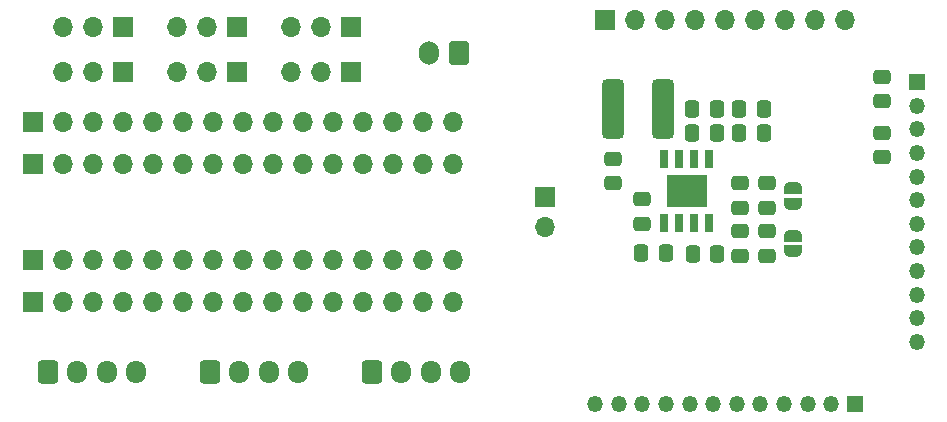
<source format=gbr>
%TF.GenerationSoftware,KiCad,Pcbnew,7.0.10*%
%TF.CreationDate,2024-02-16T22:07:16-05:00*%
%TF.ProjectId,SanBan,53616e42-616e-42e6-9b69-6361645f7063,rev?*%
%TF.SameCoordinates,Original*%
%TF.FileFunction,Soldermask,Top*%
%TF.FilePolarity,Negative*%
%FSLAX46Y46*%
G04 Gerber Fmt 4.6, Leading zero omitted, Abs format (unit mm)*
G04 Created by KiCad (PCBNEW 7.0.10) date 2024-02-16 22:07:16*
%MOMM*%
%LPD*%
G01*
G04 APERTURE LIST*
G04 Aperture macros list*
%AMRoundRect*
0 Rectangle with rounded corners*
0 $1 Rounding radius*
0 $2 $3 $4 $5 $6 $7 $8 $9 X,Y pos of 4 corners*
0 Add a 4 corners polygon primitive as box body*
4,1,4,$2,$3,$4,$5,$6,$7,$8,$9,$2,$3,0*
0 Add four circle primitives for the rounded corners*
1,1,$1+$1,$2,$3*
1,1,$1+$1,$4,$5*
1,1,$1+$1,$6,$7*
1,1,$1+$1,$8,$9*
0 Add four rect primitives between the rounded corners*
20,1,$1+$1,$2,$3,$4,$5,0*
20,1,$1+$1,$4,$5,$6,$7,0*
20,1,$1+$1,$6,$7,$8,$9,0*
20,1,$1+$1,$8,$9,$2,$3,0*%
%AMFreePoly0*
4,1,19,0.500000,-0.750000,0.000000,-0.750000,0.000000,-0.744911,-0.071157,-0.744911,-0.207708,-0.704816,-0.327430,-0.627875,-0.420627,-0.520320,-0.479746,-0.390866,-0.500000,-0.250000,-0.500000,0.250000,-0.479746,0.390866,-0.420627,0.520320,-0.327430,0.627875,-0.207708,0.704816,-0.071157,0.744911,0.000000,0.744911,0.000000,0.750000,0.500000,0.750000,0.500000,-0.750000,0.500000,-0.750000,
$1*%
%AMFreePoly1*
4,1,19,0.000000,0.744911,0.071157,0.744911,0.207708,0.704816,0.327430,0.627875,0.420627,0.520320,0.479746,0.390866,0.500000,0.250000,0.500000,-0.250000,0.479746,-0.390866,0.420627,-0.520320,0.327430,-0.627875,0.207708,-0.704816,0.071157,-0.744911,0.000000,-0.744911,0.000000,-0.750000,-0.500000,-0.750000,-0.500000,0.750000,0.000000,0.750000,0.000000,0.744911,0.000000,0.744911,
$1*%
G04 Aperture macros list end*
%ADD10RoundRect,0.250000X-0.600000X-0.725000X0.600000X-0.725000X0.600000X0.725000X-0.600000X0.725000X0*%
%ADD11O,1.700000X1.950000*%
%ADD12RoundRect,0.250000X0.475000X-0.337500X0.475000X0.337500X-0.475000X0.337500X-0.475000X-0.337500X0*%
%ADD13R,1.700000X1.700000*%
%ADD14O,1.700000X1.700000*%
%ADD15R,1.350000X1.350000*%
%ADD16O,1.350000X1.350000*%
%ADD17RoundRect,0.250000X-0.337500X-0.475000X0.337500X-0.475000X0.337500X0.475000X-0.337500X0.475000X0*%
%ADD18RoundRect,0.250000X0.337500X0.475000X-0.337500X0.475000X-0.337500X-0.475000X0.337500X-0.475000X0*%
%ADD19RoundRect,0.250000X-0.475000X0.337500X-0.475000X-0.337500X0.475000X-0.337500X0.475000X0.337500X0*%
%ADD20RoundRect,0.475000X0.475000X2.075000X-0.475000X2.075000X-0.475000X-2.075000X0.475000X-2.075000X0*%
%ADD21FreePoly0,270.000000*%
%ADD22FreePoly1,270.000000*%
%ADD23R,0.650000X1.500000*%
%ADD24R,3.350000X2.710000*%
%ADD25RoundRect,0.250000X0.600000X0.750000X-0.600000X0.750000X-0.600000X-0.750000X0.600000X-0.750000X0*%
%ADD26O,1.700000X2.000000*%
G04 APERTURE END LIST*
D10*
%TO.C,J13*%
X114603000Y-95525000D03*
D11*
X117103000Y-95525000D03*
X119603000Y-95525000D03*
X122103000Y-95525000D03*
%TD*%
D12*
%TO.C,R8*%
X185250000Y-72575000D03*
X185250000Y-70500000D03*
%TD*%
D13*
%TO.C,J15*%
X113333000Y-89547000D03*
D14*
X115873000Y-89547000D03*
X118413000Y-89547000D03*
X120953000Y-89547000D03*
X123493000Y-89547000D03*
X126033000Y-89547000D03*
X128573000Y-89547000D03*
X131113000Y-89547000D03*
X133653000Y-89547000D03*
X136193000Y-89547000D03*
X138733000Y-89547000D03*
X141273000Y-89547000D03*
X143813000Y-89547000D03*
X146353000Y-89547000D03*
X148893000Y-89547000D03*
%TD*%
D15*
%TO.C,J2*%
X188205000Y-70945000D03*
D16*
X188205000Y-72945000D03*
X188205000Y-74945000D03*
X188205000Y-76945000D03*
X188205000Y-78945000D03*
X188205000Y-80945000D03*
X188205000Y-82945000D03*
X188205000Y-84945000D03*
X188205000Y-86945000D03*
X188205000Y-88945000D03*
X188205000Y-90945000D03*
X188205000Y-92945000D03*
%TD*%
D17*
%TO.C,R1*%
X169212500Y-85500000D03*
X171287500Y-85500000D03*
%TD*%
D13*
%TO.C,J17*%
X113333000Y-85974600D03*
D14*
X115873000Y-85974600D03*
X118413000Y-85974600D03*
X120953000Y-85974600D03*
X123493000Y-85974600D03*
X126033000Y-85974600D03*
X128573000Y-85974600D03*
X131113000Y-85974600D03*
X133653000Y-85974600D03*
X136193000Y-85974600D03*
X138733000Y-85974600D03*
X141273000Y-85974600D03*
X143813000Y-85974600D03*
X146353000Y-85974600D03*
X148893000Y-85974600D03*
%TD*%
D18*
%TO.C,C4*%
X175250000Y-73250000D03*
X173175000Y-73250000D03*
%TD*%
D17*
%TO.C,R6*%
X169175000Y-73250000D03*
X171250000Y-73250000D03*
%TD*%
D12*
%TO.C,R2*%
X175500000Y-81575000D03*
X175500000Y-79500000D03*
%TD*%
D13*
%TO.C,J11*%
X140257000Y-70125000D03*
D14*
X137717000Y-70125000D03*
X135177000Y-70125000D03*
%TD*%
D17*
%TO.C,C3*%
X173175000Y-75250000D03*
X175250000Y-75250000D03*
%TD*%
D10*
%TO.C,J12*%
X128319000Y-95525000D03*
D11*
X130819000Y-95525000D03*
X133319000Y-95525000D03*
X135819000Y-95525000D03*
%TD*%
D13*
%TO.C,J16*%
X113333000Y-74307000D03*
D14*
X115873000Y-74307000D03*
X118413000Y-74307000D03*
X120953000Y-74307000D03*
X123493000Y-74307000D03*
X126033000Y-74307000D03*
X128573000Y-74307000D03*
X131113000Y-74307000D03*
X133653000Y-74307000D03*
X136193000Y-74307000D03*
X138733000Y-74307000D03*
X141273000Y-74307000D03*
X143813000Y-74307000D03*
X146353000Y-74307000D03*
X148893000Y-74307000D03*
%TD*%
D12*
%TO.C,R3*%
X173250000Y-81575000D03*
X173250000Y-79500000D03*
%TD*%
D13*
%TO.C,J18*%
X113333000Y-77872000D03*
D14*
X115873000Y-77872000D03*
X118413000Y-77872000D03*
X120953000Y-77872000D03*
X123493000Y-77872000D03*
X126033000Y-77872000D03*
X128573000Y-77872000D03*
X131113000Y-77872000D03*
X133653000Y-77872000D03*
X136193000Y-77872000D03*
X138733000Y-77872000D03*
X141273000Y-77872000D03*
X143813000Y-77872000D03*
X146353000Y-77872000D03*
X148893000Y-77872000D03*
%TD*%
D19*
%TO.C,C1*%
X162455000Y-77445000D03*
X162455000Y-79520000D03*
%TD*%
%TO.C,R5*%
X175500000Y-83575000D03*
X175500000Y-85650000D03*
%TD*%
D10*
%TO.C,J5*%
X142035000Y-95525000D03*
D11*
X144535000Y-95525000D03*
X147035000Y-95525000D03*
X149535000Y-95525000D03*
%TD*%
D13*
%TO.C,J10*%
X130605000Y-70125000D03*
D14*
X128065000Y-70125000D03*
X125525000Y-70125000D03*
%TD*%
D15*
%TO.C,J1*%
X182955000Y-98195000D03*
D16*
X180955000Y-98195000D03*
X178955000Y-98195000D03*
X176955000Y-98195000D03*
X174955000Y-98195000D03*
X172955000Y-98195000D03*
X170955000Y-98195000D03*
X168955000Y-98195000D03*
X166955000Y-98195000D03*
X164955000Y-98195000D03*
X162955000Y-98195000D03*
X160955000Y-98195000D03*
%TD*%
D12*
%TO.C,C2*%
X164955000Y-82945000D03*
X164955000Y-80870000D03*
%TD*%
D20*
%TO.C,L1*%
X166705000Y-73195000D03*
X162505000Y-73195000D03*
%TD*%
D18*
%TO.C,C5*%
X171250000Y-75250000D03*
X169175000Y-75250000D03*
%TD*%
D12*
%TO.C,R7*%
X185250000Y-77325000D03*
X185250000Y-75250000D03*
%TD*%
D13*
%TO.C,J6*%
X120953000Y-66315000D03*
D14*
X118413000Y-66315000D03*
X115873000Y-66315000D03*
%TD*%
D17*
%TO.C,C6*%
X164880000Y-85445000D03*
X166955000Y-85445000D03*
%TD*%
D13*
%TO.C,J9*%
X120953000Y-70125000D03*
D14*
X118413000Y-70125000D03*
X115873000Y-70125000D03*
%TD*%
D21*
%TO.C,JP2*%
X177750000Y-83950000D03*
D22*
X177750000Y-85250000D03*
%TD*%
D23*
%TO.C,IC1*%
X166800000Y-82895000D03*
X168070000Y-82895000D03*
X169340000Y-82895000D03*
X170610000Y-82895000D03*
X170610000Y-77495000D03*
X169340000Y-77495000D03*
X168070000Y-77495000D03*
X166800000Y-77495000D03*
D24*
X168705000Y-80195000D03*
%TD*%
D13*
%TO.C,J3*%
X161805000Y-65670000D03*
D14*
X164345000Y-65670000D03*
X166885000Y-65670000D03*
X169425000Y-65670000D03*
X171965000Y-65670000D03*
X174505000Y-65670000D03*
X177045000Y-65670000D03*
X179585000Y-65670000D03*
X182125000Y-65670000D03*
%TD*%
D13*
%TO.C,J8*%
X140257000Y-66315000D03*
D14*
X137717000Y-66315000D03*
X135177000Y-66315000D03*
%TD*%
D21*
%TO.C,JP1*%
X177750000Y-79950000D03*
D22*
X177750000Y-81250000D03*
%TD*%
D13*
%TO.C,J7*%
X130605000Y-66315000D03*
D14*
X128065000Y-66315000D03*
X125525000Y-66315000D03*
%TD*%
D25*
%TO.C,J14*%
X149401000Y-68445000D03*
D26*
X146901000Y-68445000D03*
%TD*%
D19*
%TO.C,R4*%
X173250000Y-83575000D03*
X173250000Y-85650000D03*
%TD*%
D13*
%TO.C,J4*%
X156730000Y-80695000D03*
D14*
X156730000Y-83235000D03*
%TD*%
M02*

</source>
